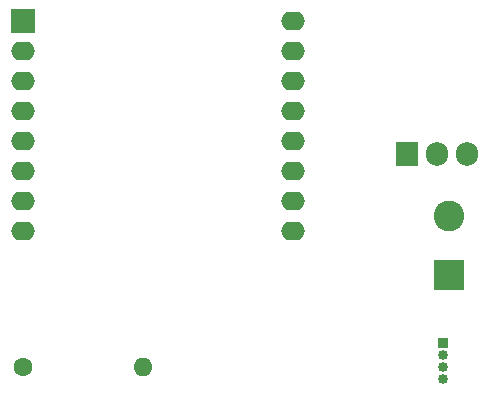
<source format=gtl>
G04 #@! TF.GenerationSoftware,KiCad,Pcbnew,8.0.0*
G04 #@! TF.CreationDate,2024-03-17T21:38:31+08:00*
G04 #@! TF.ProjectId,input-nodes,696e7075-742d-46e6-9f64-65732e6b6963,rev?*
G04 #@! TF.SameCoordinates,Original*
G04 #@! TF.FileFunction,Copper,L1,Top*
G04 #@! TF.FilePolarity,Positive*
%FSLAX46Y46*%
G04 Gerber Fmt 4.6, Leading zero omitted, Abs format (unit mm)*
G04 Created by KiCad (PCBNEW 8.0.0) date 2024-03-17 21:38:31*
%MOMM*%
%LPD*%
G01*
G04 APERTURE LIST*
G04 #@! TA.AperFunction,ComponentPad*
%ADD10C,1.600000*%
G04 #@! TD*
G04 #@! TA.AperFunction,ComponentPad*
%ADD11O,1.600000X1.600000*%
G04 #@! TD*
G04 #@! TA.AperFunction,ComponentPad*
%ADD12R,1.905000X2.000000*%
G04 #@! TD*
G04 #@! TA.AperFunction,ComponentPad*
%ADD13O,1.905000X2.000000*%
G04 #@! TD*
G04 #@! TA.AperFunction,ComponentPad*
%ADD14R,0.850000X0.850000*%
G04 #@! TD*
G04 #@! TA.AperFunction,ComponentPad*
%ADD15O,0.850000X0.850000*%
G04 #@! TD*
G04 #@! TA.AperFunction,ComponentPad*
%ADD16R,2.600000X2.600000*%
G04 #@! TD*
G04 #@! TA.AperFunction,ComponentPad*
%ADD17C,2.600000*%
G04 #@! TD*
G04 #@! TA.AperFunction,ComponentPad*
%ADD18R,2.000000X2.000000*%
G04 #@! TD*
G04 #@! TA.AperFunction,ComponentPad*
%ADD19O,2.000000X1.600000*%
G04 #@! TD*
G04 APERTURE END LIST*
D10*
X93950000Y-115260000D03*
D11*
X104110000Y-115260000D03*
D12*
X126490000Y-97250000D03*
D13*
X129030000Y-97250000D03*
X131570000Y-97250000D03*
D14*
X129530000Y-113260000D03*
D15*
X129530000Y-114260000D03*
X129530000Y-115260000D03*
X129530000Y-116260000D03*
D16*
X130030000Y-107455000D03*
D17*
X130030000Y-102455000D03*
D18*
X94000000Y-86000000D03*
D19*
X94000000Y-88540000D03*
X94000000Y-91080000D03*
X94000000Y-93620000D03*
X94000000Y-96160000D03*
X94000000Y-98700000D03*
X94000000Y-101240000D03*
X94000000Y-103780000D03*
X116860000Y-103780000D03*
X116860000Y-101240000D03*
X116860000Y-98700000D03*
X116860000Y-96160000D03*
X116860000Y-93620000D03*
X116860000Y-91080000D03*
X116860000Y-88540000D03*
X116860000Y-86000000D03*
M02*

</source>
